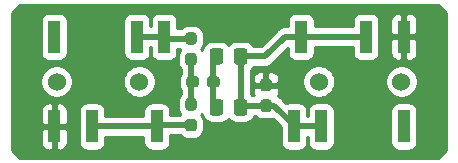
<source format=gtl>
%TF.GenerationSoftware,KiCad,Pcbnew,(5.1.6)-1*%
%TF.CreationDate,2020-08-02T04:50:32+09:00*%
%TF.ProjectId,DummyMic,44756d6d-794d-4696-932e-6b696361645f,rev?*%
%TF.SameCoordinates,Original*%
%TF.FileFunction,Copper,L1,Top*%
%TF.FilePolarity,Positive*%
%FSLAX46Y46*%
G04 Gerber Fmt 4.6, Leading zero omitted, Abs format (unit mm)*
G04 Created by KiCad (PCBNEW (5.1.6)-1) date 2020-08-02 04:50:32*
%MOMM*%
%LPD*%
G01*
G04 APERTURE LIST*
%TA.AperFunction,SMDPad,CuDef*%
%ADD10R,1.000000X2.800000*%
%TD*%
%TA.AperFunction,ComponentPad*%
%ADD11C,1.524000*%
%TD*%
%TA.AperFunction,ViaPad*%
%ADD12C,0.800000*%
%TD*%
%TA.AperFunction,Conductor*%
%ADD13C,0.500000*%
%TD*%
%TA.AperFunction,Conductor*%
%ADD14C,0.254000*%
%TD*%
G04 APERTURE END LIST*
%TO.P,R4,2*%
%TO.N,Net-(C1-Pad1)*%
%TA.AperFunction,SMDPad,CuDef*%
G36*
G01*
X160290500Y-74518000D02*
X160765500Y-74518000D01*
G75*
G02*
X161003000Y-74755500I0J-237500D01*
G01*
X161003000Y-75330500D01*
G75*
G02*
X160765500Y-75568000I-237500J0D01*
G01*
X160290500Y-75568000D01*
G75*
G02*
X160053000Y-75330500I0J237500D01*
G01*
X160053000Y-74755500D01*
G75*
G02*
X160290500Y-74518000I237500J0D01*
G01*
G37*
%TD.AperFunction*%
%TO.P,R4,1*%
%TO.N,GND*%
%TA.AperFunction,SMDPad,CuDef*%
G36*
G01*
X160290500Y-72768000D02*
X160765500Y-72768000D01*
G75*
G02*
X161003000Y-73005500I0J-237500D01*
G01*
X161003000Y-73580500D01*
G75*
G02*
X160765500Y-73818000I-237500J0D01*
G01*
X160290500Y-73818000D01*
G75*
G02*
X160053000Y-73580500I0J237500D01*
G01*
X160053000Y-73005500D01*
G75*
G02*
X160290500Y-72768000I237500J0D01*
G01*
G37*
%TD.AperFunction*%
%TD*%
%TO.P,R3,2*%
%TO.N,Net-(R1-Pad1)*%
%TA.AperFunction,SMDPad,CuDef*%
G36*
G01*
X154844000Y-72787500D02*
X154844000Y-73262500D01*
G75*
G02*
X154606500Y-73500000I-237500J0D01*
G01*
X154031500Y-73500000D01*
G75*
G02*
X153794000Y-73262500I0J237500D01*
G01*
X153794000Y-72787500D01*
G75*
G02*
X154031500Y-72550000I237500J0D01*
G01*
X154606500Y-72550000D01*
G75*
G02*
X154844000Y-72787500I0J-237500D01*
G01*
G37*
%TD.AperFunction*%
%TO.P,R3,1*%
%TO.N,Net-(C1-Pad2)*%
%TA.AperFunction,SMDPad,CuDef*%
G36*
G01*
X156594000Y-72787500D02*
X156594000Y-73262500D01*
G75*
G02*
X156356500Y-73500000I-237500J0D01*
G01*
X155781500Y-73500000D01*
G75*
G02*
X155544000Y-73262500I0J237500D01*
G01*
X155544000Y-72787500D01*
G75*
G02*
X155781500Y-72550000I237500J0D01*
G01*
X156356500Y-72550000D01*
G75*
G02*
X156594000Y-72787500I0J-237500D01*
G01*
G37*
%TD.AperFunction*%
%TD*%
%TO.P,R2,2*%
%TO.N,Net-(J1-PadR)*%
%TA.AperFunction,SMDPad,CuDef*%
G36*
G01*
X153940500Y-76155000D02*
X154415500Y-76155000D01*
G75*
G02*
X154653000Y-76392500I0J-237500D01*
G01*
X154653000Y-76967500D01*
G75*
G02*
X154415500Y-77205000I-237500J0D01*
G01*
X153940500Y-77205000D01*
G75*
G02*
X153703000Y-76967500I0J237500D01*
G01*
X153703000Y-76392500D01*
G75*
G02*
X153940500Y-76155000I237500J0D01*
G01*
G37*
%TD.AperFunction*%
%TO.P,R2,1*%
%TO.N,Net-(R1-Pad1)*%
%TA.AperFunction,SMDPad,CuDef*%
G36*
G01*
X153940500Y-74405000D02*
X154415500Y-74405000D01*
G75*
G02*
X154653000Y-74642500I0J-237500D01*
G01*
X154653000Y-75217500D01*
G75*
G02*
X154415500Y-75455000I-237500J0D01*
G01*
X153940500Y-75455000D01*
G75*
G02*
X153703000Y-75217500I0J237500D01*
G01*
X153703000Y-74642500D01*
G75*
G02*
X153940500Y-74405000I237500J0D01*
G01*
G37*
%TD.AperFunction*%
%TD*%
%TO.P,R1,2*%
%TO.N,Net-(J1-PadT)*%
%TA.AperFunction,SMDPad,CuDef*%
G36*
G01*
X154415500Y-69881000D02*
X153940500Y-69881000D01*
G75*
G02*
X153703000Y-69643500I0J237500D01*
G01*
X153703000Y-69068500D01*
G75*
G02*
X153940500Y-68831000I237500J0D01*
G01*
X154415500Y-68831000D01*
G75*
G02*
X154653000Y-69068500I0J-237500D01*
G01*
X154653000Y-69643500D01*
G75*
G02*
X154415500Y-69881000I-237500J0D01*
G01*
G37*
%TD.AperFunction*%
%TO.P,R1,1*%
%TO.N,Net-(R1-Pad1)*%
%TA.AperFunction,SMDPad,CuDef*%
G36*
G01*
X154415500Y-71631000D02*
X153940500Y-71631000D01*
G75*
G02*
X153703000Y-71393500I0J237500D01*
G01*
X153703000Y-70818500D01*
G75*
G02*
X153940500Y-70581000I237500J0D01*
G01*
X154415500Y-70581000D01*
G75*
G02*
X154653000Y-70818500I0J-237500D01*
G01*
X154653000Y-71393500D01*
G75*
G02*
X154415500Y-71631000I-237500J0D01*
G01*
G37*
%TD.AperFunction*%
%TD*%
D10*
%TO.P,J2,R*%
%TO.N,Net-(C1-Pad1)*%
X163500000Y-69200000D03*
X169000000Y-69200000D03*
%TO.P,J2,S*%
%TO.N,GND*%
X172200000Y-69200000D03*
%TO.P,J2,T*%
%TO.N,Net-(C1-Pad1)*%
X162900000Y-76800000D03*
X165200000Y-76800000D03*
%TO.P,J2,*%
%TO.N,*%
X172200000Y-76800000D03*
D11*
X165000000Y-73000000D03*
X172000000Y-73000000D03*
%TD*%
D10*
%TO.P,J1,R*%
%TO.N,Net-(J1-PadR)*%
X151295000Y-76800000D03*
X145795000Y-76800000D03*
%TO.P,J1,S*%
%TO.N,GND*%
X142595000Y-76800000D03*
%TO.P,J1,T*%
%TO.N,Net-(J1-PadT)*%
X151895000Y-69200000D03*
X149595000Y-69200000D03*
%TO.P,J1,*%
%TO.N,*%
X142595000Y-69200000D03*
D11*
X149795000Y-73000000D03*
X142795000Y-73000000D03*
%TD*%
%TO.P,C2,2*%
%TO.N,Net-(C1-Pad2)*%
%TA.AperFunction,SMDPad,CuDef*%
G36*
G01*
X156903000Y-70415999D02*
X156903000Y-71316001D01*
G75*
G02*
X156653001Y-71566000I-249999J0D01*
G01*
X156002999Y-71566000D01*
G75*
G02*
X155753000Y-71316001I0J249999D01*
G01*
X155753000Y-70415999D01*
G75*
G02*
X156002999Y-70166000I249999J0D01*
G01*
X156653001Y-70166000D01*
G75*
G02*
X156903000Y-70415999I0J-249999D01*
G01*
G37*
%TD.AperFunction*%
%TO.P,C2,1*%
%TO.N,Net-(C1-Pad1)*%
%TA.AperFunction,SMDPad,CuDef*%
G36*
G01*
X158953000Y-70415999D02*
X158953000Y-71316001D01*
G75*
G02*
X158703001Y-71566000I-249999J0D01*
G01*
X158052999Y-71566000D01*
G75*
G02*
X157803000Y-71316001I0J249999D01*
G01*
X157803000Y-70415999D01*
G75*
G02*
X158052999Y-70166000I249999J0D01*
G01*
X158703001Y-70166000D01*
G75*
G02*
X158953000Y-70415999I0J-249999D01*
G01*
G37*
%TD.AperFunction*%
%TD*%
%TO.P,C1,2*%
%TO.N,Net-(C1-Pad2)*%
%TA.AperFunction,SMDPad,CuDef*%
G36*
G01*
X156903000Y-74733999D02*
X156903000Y-75634001D01*
G75*
G02*
X156653001Y-75884000I-249999J0D01*
G01*
X156002999Y-75884000D01*
G75*
G02*
X155753000Y-75634001I0J249999D01*
G01*
X155753000Y-74733999D01*
G75*
G02*
X156002999Y-74484000I249999J0D01*
G01*
X156653001Y-74484000D01*
G75*
G02*
X156903000Y-74733999I0J-249999D01*
G01*
G37*
%TD.AperFunction*%
%TO.P,C1,1*%
%TO.N,Net-(C1-Pad1)*%
%TA.AperFunction,SMDPad,CuDef*%
G36*
G01*
X158953000Y-74733999D02*
X158953000Y-75634001D01*
G75*
G02*
X158703001Y-75884000I-249999J0D01*
G01*
X158052999Y-75884000D01*
G75*
G02*
X157803000Y-75634001I0J249999D01*
G01*
X157803000Y-74733999D01*
G75*
G02*
X158052999Y-74484000I249999J0D01*
G01*
X158703001Y-74484000D01*
G75*
G02*
X158953000Y-74733999I0J-249999D01*
G01*
G37*
%TD.AperFunction*%
%TD*%
D12*
%TO.N,GND*%
X146500000Y-72900000D03*
X168700000Y-73100000D03*
X160500000Y-77000000D03*
X174000000Y-69200000D03*
X162400000Y-73300000D03*
X160500000Y-68900000D03*
X144200000Y-76800000D03*
%TD*%
D13*
%TO.N,Net-(C1-Pad2)*%
X156069000Y-71125000D02*
X156328000Y-70866000D01*
X156069000Y-73025000D02*
X156069000Y-71125000D01*
X156069000Y-74925000D02*
X156328000Y-75184000D01*
X156069000Y-73025000D02*
X156069000Y-74925000D01*
%TO.N,Net-(C1-Pad1)*%
X158519000Y-75043000D02*
X158378000Y-75184000D01*
X160528000Y-75043000D02*
X158519000Y-75043000D01*
X158378000Y-70866000D02*
X158378000Y-75184000D01*
X158378000Y-70866000D02*
X160434000Y-70866000D01*
X162100000Y-69200000D02*
X163500000Y-69200000D01*
X160434000Y-70866000D02*
X162100000Y-69200000D01*
X163500000Y-69200000D02*
X169000000Y-69200000D01*
X162900000Y-76700000D02*
X162900000Y-76800000D01*
X160528000Y-75043000D02*
X161243000Y-75043000D01*
X161243000Y-75043000D02*
X162900000Y-76700000D01*
X162900000Y-76800000D02*
X165200000Y-76800000D01*
%TO.N,Net-(J1-PadR)*%
X151295000Y-76800000D02*
X145795000Y-76800000D01*
X151415000Y-76680000D02*
X151295000Y-76800000D01*
X154178000Y-76680000D02*
X151415000Y-76680000D01*
%TO.N,Net-(J1-PadT)*%
X149595000Y-69200000D02*
X151895000Y-69200000D01*
X152051000Y-69356000D02*
X151895000Y-69200000D01*
X154178000Y-69356000D02*
X152051000Y-69356000D01*
%TO.N,Net-(R1-Pad1)*%
X154178000Y-73166000D02*
X154319000Y-73025000D01*
X154178000Y-74930000D02*
X154178000Y-73166000D01*
X154178000Y-72884000D02*
X154319000Y-73025000D01*
X154178000Y-71106000D02*
X154178000Y-72884000D01*
%TD*%
D14*
%TO.N,GND*%
G36*
X175740001Y-67173382D02*
G01*
X175740000Y-78826619D01*
X175126620Y-79440000D01*
X139673381Y-79440000D01*
X139060000Y-78826620D01*
X139060000Y-78200000D01*
X141456928Y-78200000D01*
X141469188Y-78324482D01*
X141505498Y-78444180D01*
X141564463Y-78554494D01*
X141643815Y-78651185D01*
X141740506Y-78730537D01*
X141850820Y-78789502D01*
X141970518Y-78825812D01*
X142095000Y-78838072D01*
X142309250Y-78835000D01*
X142468000Y-78676250D01*
X142468000Y-76927000D01*
X142722000Y-76927000D01*
X142722000Y-78676250D01*
X142880750Y-78835000D01*
X143095000Y-78838072D01*
X143219482Y-78825812D01*
X143339180Y-78789502D01*
X143449494Y-78730537D01*
X143546185Y-78651185D01*
X143625537Y-78554494D01*
X143684502Y-78444180D01*
X143720812Y-78324482D01*
X143733072Y-78200000D01*
X143730000Y-77085750D01*
X143571250Y-76927000D01*
X142722000Y-76927000D01*
X142468000Y-76927000D01*
X141618750Y-76927000D01*
X141460000Y-77085750D01*
X141456928Y-78200000D01*
X139060000Y-78200000D01*
X139060000Y-75400000D01*
X141456928Y-75400000D01*
X141460000Y-76514250D01*
X141618750Y-76673000D01*
X142468000Y-76673000D01*
X142468000Y-74923750D01*
X142722000Y-74923750D01*
X142722000Y-76673000D01*
X143571250Y-76673000D01*
X143730000Y-76514250D01*
X143733072Y-75400000D01*
X144656928Y-75400000D01*
X144656928Y-78200000D01*
X144669188Y-78324482D01*
X144705498Y-78444180D01*
X144764463Y-78554494D01*
X144843815Y-78651185D01*
X144940506Y-78730537D01*
X145050820Y-78789502D01*
X145170518Y-78825812D01*
X145295000Y-78838072D01*
X146295000Y-78838072D01*
X146419482Y-78825812D01*
X146539180Y-78789502D01*
X146649494Y-78730537D01*
X146746185Y-78651185D01*
X146825537Y-78554494D01*
X146884502Y-78444180D01*
X146920812Y-78324482D01*
X146933072Y-78200000D01*
X146933072Y-77685000D01*
X150156928Y-77685000D01*
X150156928Y-78200000D01*
X150169188Y-78324482D01*
X150205498Y-78444180D01*
X150264463Y-78554494D01*
X150343815Y-78651185D01*
X150440506Y-78730537D01*
X150550820Y-78789502D01*
X150670518Y-78825812D01*
X150795000Y-78838072D01*
X151795000Y-78838072D01*
X151919482Y-78825812D01*
X152039180Y-78789502D01*
X152149494Y-78730537D01*
X152246185Y-78651185D01*
X152325537Y-78554494D01*
X152384502Y-78444180D01*
X152420812Y-78324482D01*
X152433072Y-78200000D01*
X152433072Y-77565000D01*
X153303631Y-77565000D01*
X153321377Y-77586623D01*
X153454058Y-77695512D01*
X153605433Y-77776423D01*
X153769684Y-77826248D01*
X153940500Y-77843072D01*
X154415500Y-77843072D01*
X154586316Y-77826248D01*
X154750567Y-77776423D01*
X154901942Y-77695512D01*
X155034623Y-77586623D01*
X155143512Y-77453942D01*
X155224423Y-77302567D01*
X155274248Y-77138316D01*
X155291072Y-76967500D01*
X155291072Y-76392500D01*
X155274248Y-76221684D01*
X155224423Y-76057433D01*
X155143512Y-75906058D01*
X155060575Y-75805000D01*
X155124141Y-75727545D01*
X155131992Y-75807255D01*
X155182528Y-75973851D01*
X155264595Y-76127387D01*
X155375038Y-76261962D01*
X155509613Y-76372405D01*
X155663149Y-76454472D01*
X155829745Y-76505008D01*
X156002999Y-76522072D01*
X156653001Y-76522072D01*
X156826255Y-76505008D01*
X156992851Y-76454472D01*
X157146387Y-76372405D01*
X157280962Y-76261962D01*
X157353000Y-76174184D01*
X157425038Y-76261962D01*
X157559613Y-76372405D01*
X157713149Y-76454472D01*
X157879745Y-76505008D01*
X158052999Y-76522072D01*
X158703001Y-76522072D01*
X158876255Y-76505008D01*
X159042851Y-76454472D01*
X159196387Y-76372405D01*
X159330962Y-76261962D01*
X159441405Y-76127387D01*
X159523472Y-75973851D01*
X159537381Y-75928000D01*
X159653631Y-75928000D01*
X159671377Y-75949623D01*
X159804058Y-76058512D01*
X159955433Y-76139423D01*
X160119684Y-76189248D01*
X160290500Y-76206072D01*
X160765500Y-76206072D01*
X160936316Y-76189248D01*
X161090806Y-76142384D01*
X161761928Y-76813507D01*
X161761928Y-78200000D01*
X161774188Y-78324482D01*
X161810498Y-78444180D01*
X161869463Y-78554494D01*
X161948815Y-78651185D01*
X162045506Y-78730537D01*
X162155820Y-78789502D01*
X162275518Y-78825812D01*
X162400000Y-78838072D01*
X163400000Y-78838072D01*
X163524482Y-78825812D01*
X163644180Y-78789502D01*
X163754494Y-78730537D01*
X163851185Y-78651185D01*
X163930537Y-78554494D01*
X163989502Y-78444180D01*
X164025812Y-78324482D01*
X164038072Y-78200000D01*
X164038072Y-77685000D01*
X164061928Y-77685000D01*
X164061928Y-78200000D01*
X164074188Y-78324482D01*
X164110498Y-78444180D01*
X164169463Y-78554494D01*
X164248815Y-78651185D01*
X164345506Y-78730537D01*
X164455820Y-78789502D01*
X164575518Y-78825812D01*
X164700000Y-78838072D01*
X165700000Y-78838072D01*
X165824482Y-78825812D01*
X165944180Y-78789502D01*
X166054494Y-78730537D01*
X166151185Y-78651185D01*
X166230537Y-78554494D01*
X166289502Y-78444180D01*
X166325812Y-78324482D01*
X166338072Y-78200000D01*
X166338072Y-75400000D01*
X171061928Y-75400000D01*
X171061928Y-78200000D01*
X171074188Y-78324482D01*
X171110498Y-78444180D01*
X171169463Y-78554494D01*
X171248815Y-78651185D01*
X171345506Y-78730537D01*
X171455820Y-78789502D01*
X171575518Y-78825812D01*
X171700000Y-78838072D01*
X172700000Y-78838072D01*
X172824482Y-78825812D01*
X172944180Y-78789502D01*
X173054494Y-78730537D01*
X173151185Y-78651185D01*
X173230537Y-78554494D01*
X173289502Y-78444180D01*
X173325812Y-78324482D01*
X173338072Y-78200000D01*
X173338072Y-75400000D01*
X173325812Y-75275518D01*
X173289502Y-75155820D01*
X173230537Y-75045506D01*
X173151185Y-74948815D01*
X173054494Y-74869463D01*
X172944180Y-74810498D01*
X172824482Y-74774188D01*
X172700000Y-74761928D01*
X171700000Y-74761928D01*
X171575518Y-74774188D01*
X171455820Y-74810498D01*
X171345506Y-74869463D01*
X171248815Y-74948815D01*
X171169463Y-75045506D01*
X171110498Y-75155820D01*
X171074188Y-75275518D01*
X171061928Y-75400000D01*
X166338072Y-75400000D01*
X166325812Y-75275518D01*
X166289502Y-75155820D01*
X166230537Y-75045506D01*
X166151185Y-74948815D01*
X166054494Y-74869463D01*
X165944180Y-74810498D01*
X165824482Y-74774188D01*
X165700000Y-74761928D01*
X164700000Y-74761928D01*
X164575518Y-74774188D01*
X164455820Y-74810498D01*
X164345506Y-74869463D01*
X164248815Y-74948815D01*
X164169463Y-75045506D01*
X164110498Y-75155820D01*
X164074188Y-75275518D01*
X164061928Y-75400000D01*
X164061928Y-75915000D01*
X164038072Y-75915000D01*
X164038072Y-75400000D01*
X164025812Y-75275518D01*
X163989502Y-75155820D01*
X163930537Y-75045506D01*
X163851185Y-74948815D01*
X163754494Y-74869463D01*
X163644180Y-74810498D01*
X163524482Y-74774188D01*
X163400000Y-74761928D01*
X162400000Y-74761928D01*
X162275518Y-74774188D01*
X162237346Y-74785767D01*
X161899534Y-74447956D01*
X161871817Y-74414183D01*
X161737059Y-74303589D01*
X161583313Y-74221411D01*
X161511316Y-74199571D01*
X161533537Y-74172494D01*
X161592502Y-74062180D01*
X161628812Y-73942482D01*
X161641072Y-73818000D01*
X161638000Y-73578750D01*
X161479250Y-73420000D01*
X160655000Y-73420000D01*
X160655000Y-73440000D01*
X160401000Y-73440000D01*
X160401000Y-73420000D01*
X159576750Y-73420000D01*
X159418000Y-73578750D01*
X159414928Y-73818000D01*
X159427188Y-73942482D01*
X159463498Y-74062180D01*
X159514716Y-74158000D01*
X159373606Y-74158000D01*
X159330962Y-74106038D01*
X159263000Y-74050263D01*
X159263000Y-72768000D01*
X159414928Y-72768000D01*
X159418000Y-73007250D01*
X159576750Y-73166000D01*
X160401000Y-73166000D01*
X160401000Y-72291750D01*
X160655000Y-72291750D01*
X160655000Y-73166000D01*
X161479250Y-73166000D01*
X161638000Y-73007250D01*
X161639859Y-72862408D01*
X163603000Y-72862408D01*
X163603000Y-73137592D01*
X163656686Y-73407490D01*
X163761995Y-73661727D01*
X163914880Y-73890535D01*
X164109465Y-74085120D01*
X164338273Y-74238005D01*
X164592510Y-74343314D01*
X164862408Y-74397000D01*
X165137592Y-74397000D01*
X165407490Y-74343314D01*
X165661727Y-74238005D01*
X165890535Y-74085120D01*
X166085120Y-73890535D01*
X166238005Y-73661727D01*
X166343314Y-73407490D01*
X166397000Y-73137592D01*
X166397000Y-72862408D01*
X170603000Y-72862408D01*
X170603000Y-73137592D01*
X170656686Y-73407490D01*
X170761995Y-73661727D01*
X170914880Y-73890535D01*
X171109465Y-74085120D01*
X171338273Y-74238005D01*
X171592510Y-74343314D01*
X171862408Y-74397000D01*
X172137592Y-74397000D01*
X172407490Y-74343314D01*
X172661727Y-74238005D01*
X172890535Y-74085120D01*
X173085120Y-73890535D01*
X173238005Y-73661727D01*
X173343314Y-73407490D01*
X173397000Y-73137592D01*
X173397000Y-72862408D01*
X173343314Y-72592510D01*
X173238005Y-72338273D01*
X173085120Y-72109465D01*
X172890535Y-71914880D01*
X172661727Y-71761995D01*
X172407490Y-71656686D01*
X172137592Y-71603000D01*
X171862408Y-71603000D01*
X171592510Y-71656686D01*
X171338273Y-71761995D01*
X171109465Y-71914880D01*
X170914880Y-72109465D01*
X170761995Y-72338273D01*
X170656686Y-72592510D01*
X170603000Y-72862408D01*
X166397000Y-72862408D01*
X166343314Y-72592510D01*
X166238005Y-72338273D01*
X166085120Y-72109465D01*
X165890535Y-71914880D01*
X165661727Y-71761995D01*
X165407490Y-71656686D01*
X165137592Y-71603000D01*
X164862408Y-71603000D01*
X164592510Y-71656686D01*
X164338273Y-71761995D01*
X164109465Y-71914880D01*
X163914880Y-72109465D01*
X163761995Y-72338273D01*
X163656686Y-72592510D01*
X163603000Y-72862408D01*
X161639859Y-72862408D01*
X161641072Y-72768000D01*
X161628812Y-72643518D01*
X161592502Y-72523820D01*
X161533537Y-72413506D01*
X161454185Y-72316815D01*
X161357494Y-72237463D01*
X161247180Y-72178498D01*
X161127482Y-72142188D01*
X161003000Y-72129928D01*
X160813750Y-72133000D01*
X160655000Y-72291750D01*
X160401000Y-72291750D01*
X160242250Y-72133000D01*
X160053000Y-72129928D01*
X159928518Y-72142188D01*
X159808820Y-72178498D01*
X159698506Y-72237463D01*
X159601815Y-72316815D01*
X159522463Y-72413506D01*
X159463498Y-72523820D01*
X159427188Y-72643518D01*
X159414928Y-72768000D01*
X159263000Y-72768000D01*
X159263000Y-71999737D01*
X159330962Y-71943962D01*
X159441405Y-71809387D01*
X159472614Y-71751000D01*
X160390531Y-71751000D01*
X160434000Y-71755281D01*
X160477469Y-71751000D01*
X160477477Y-71751000D01*
X160607490Y-71738195D01*
X160774313Y-71687589D01*
X160928059Y-71605411D01*
X161062817Y-71494817D01*
X161090534Y-71461044D01*
X162361928Y-70189651D01*
X162361928Y-70600000D01*
X162374188Y-70724482D01*
X162410498Y-70844180D01*
X162469463Y-70954494D01*
X162548815Y-71051185D01*
X162645506Y-71130537D01*
X162755820Y-71189502D01*
X162875518Y-71225812D01*
X163000000Y-71238072D01*
X164000000Y-71238072D01*
X164124482Y-71225812D01*
X164244180Y-71189502D01*
X164354494Y-71130537D01*
X164451185Y-71051185D01*
X164530537Y-70954494D01*
X164589502Y-70844180D01*
X164625812Y-70724482D01*
X164638072Y-70600000D01*
X164638072Y-70085000D01*
X167861928Y-70085000D01*
X167861928Y-70600000D01*
X167874188Y-70724482D01*
X167910498Y-70844180D01*
X167969463Y-70954494D01*
X168048815Y-71051185D01*
X168145506Y-71130537D01*
X168255820Y-71189502D01*
X168375518Y-71225812D01*
X168500000Y-71238072D01*
X169500000Y-71238072D01*
X169624482Y-71225812D01*
X169744180Y-71189502D01*
X169854494Y-71130537D01*
X169951185Y-71051185D01*
X170030537Y-70954494D01*
X170089502Y-70844180D01*
X170125812Y-70724482D01*
X170138072Y-70600000D01*
X171061928Y-70600000D01*
X171074188Y-70724482D01*
X171110498Y-70844180D01*
X171169463Y-70954494D01*
X171248815Y-71051185D01*
X171345506Y-71130537D01*
X171455820Y-71189502D01*
X171575518Y-71225812D01*
X171700000Y-71238072D01*
X171914250Y-71235000D01*
X172073000Y-71076250D01*
X172073000Y-69327000D01*
X172327000Y-69327000D01*
X172327000Y-71076250D01*
X172485750Y-71235000D01*
X172700000Y-71238072D01*
X172824482Y-71225812D01*
X172944180Y-71189502D01*
X173054494Y-71130537D01*
X173151185Y-71051185D01*
X173230537Y-70954494D01*
X173289502Y-70844180D01*
X173325812Y-70724482D01*
X173338072Y-70600000D01*
X173335000Y-69485750D01*
X173176250Y-69327000D01*
X172327000Y-69327000D01*
X172073000Y-69327000D01*
X171223750Y-69327000D01*
X171065000Y-69485750D01*
X171061928Y-70600000D01*
X170138072Y-70600000D01*
X170138072Y-67800000D01*
X171061928Y-67800000D01*
X171065000Y-68914250D01*
X171223750Y-69073000D01*
X172073000Y-69073000D01*
X172073000Y-67323750D01*
X172327000Y-67323750D01*
X172327000Y-69073000D01*
X173176250Y-69073000D01*
X173335000Y-68914250D01*
X173338072Y-67800000D01*
X173325812Y-67675518D01*
X173289502Y-67555820D01*
X173230537Y-67445506D01*
X173151185Y-67348815D01*
X173054494Y-67269463D01*
X172944180Y-67210498D01*
X172824482Y-67174188D01*
X172700000Y-67161928D01*
X172485750Y-67165000D01*
X172327000Y-67323750D01*
X172073000Y-67323750D01*
X171914250Y-67165000D01*
X171700000Y-67161928D01*
X171575518Y-67174188D01*
X171455820Y-67210498D01*
X171345506Y-67269463D01*
X171248815Y-67348815D01*
X171169463Y-67445506D01*
X171110498Y-67555820D01*
X171074188Y-67675518D01*
X171061928Y-67800000D01*
X170138072Y-67800000D01*
X170125812Y-67675518D01*
X170089502Y-67555820D01*
X170030537Y-67445506D01*
X169951185Y-67348815D01*
X169854494Y-67269463D01*
X169744180Y-67210498D01*
X169624482Y-67174188D01*
X169500000Y-67161928D01*
X168500000Y-67161928D01*
X168375518Y-67174188D01*
X168255820Y-67210498D01*
X168145506Y-67269463D01*
X168048815Y-67348815D01*
X167969463Y-67445506D01*
X167910498Y-67555820D01*
X167874188Y-67675518D01*
X167861928Y-67800000D01*
X167861928Y-68315000D01*
X164638072Y-68315000D01*
X164638072Y-67800000D01*
X164625812Y-67675518D01*
X164589502Y-67555820D01*
X164530537Y-67445506D01*
X164451185Y-67348815D01*
X164354494Y-67269463D01*
X164244180Y-67210498D01*
X164124482Y-67174188D01*
X164000000Y-67161928D01*
X163000000Y-67161928D01*
X162875518Y-67174188D01*
X162755820Y-67210498D01*
X162645506Y-67269463D01*
X162548815Y-67348815D01*
X162469463Y-67445506D01*
X162410498Y-67555820D01*
X162374188Y-67675518D01*
X162361928Y-67800000D01*
X162361928Y-68315000D01*
X162143469Y-68315000D01*
X162100000Y-68310719D01*
X162056531Y-68315000D01*
X162056523Y-68315000D01*
X161926510Y-68327805D01*
X161759687Y-68378411D01*
X161605941Y-68460589D01*
X161504953Y-68543468D01*
X161504951Y-68543470D01*
X161471183Y-68571183D01*
X161443470Y-68604951D01*
X160067422Y-69981000D01*
X159472614Y-69981000D01*
X159441405Y-69922613D01*
X159330962Y-69788038D01*
X159196387Y-69677595D01*
X159042851Y-69595528D01*
X158876255Y-69544992D01*
X158703001Y-69527928D01*
X158052999Y-69527928D01*
X157879745Y-69544992D01*
X157713149Y-69595528D01*
X157559613Y-69677595D01*
X157425038Y-69788038D01*
X157353000Y-69875816D01*
X157280962Y-69788038D01*
X157146387Y-69677595D01*
X156992851Y-69595528D01*
X156826255Y-69544992D01*
X156653001Y-69527928D01*
X156002999Y-69527928D01*
X155829745Y-69544992D01*
X155663149Y-69595528D01*
X155509613Y-69677595D01*
X155375038Y-69788038D01*
X155264595Y-69922613D01*
X155182528Y-70076149D01*
X155131992Y-70242745D01*
X155125372Y-70309955D01*
X155060575Y-70231000D01*
X155143512Y-70129942D01*
X155224423Y-69978567D01*
X155274248Y-69814316D01*
X155291072Y-69643500D01*
X155291072Y-69068500D01*
X155274248Y-68897684D01*
X155224423Y-68733433D01*
X155143512Y-68582058D01*
X155034623Y-68449377D01*
X154901942Y-68340488D01*
X154750567Y-68259577D01*
X154586316Y-68209752D01*
X154415500Y-68192928D01*
X153940500Y-68192928D01*
X153769684Y-68209752D01*
X153605433Y-68259577D01*
X153454058Y-68340488D01*
X153321377Y-68449377D01*
X153303631Y-68471000D01*
X153033072Y-68471000D01*
X153033072Y-67800000D01*
X153020812Y-67675518D01*
X152984502Y-67555820D01*
X152925537Y-67445506D01*
X152846185Y-67348815D01*
X152749494Y-67269463D01*
X152639180Y-67210498D01*
X152519482Y-67174188D01*
X152395000Y-67161928D01*
X151395000Y-67161928D01*
X151270518Y-67174188D01*
X151150820Y-67210498D01*
X151040506Y-67269463D01*
X150943815Y-67348815D01*
X150864463Y-67445506D01*
X150805498Y-67555820D01*
X150769188Y-67675518D01*
X150756928Y-67800000D01*
X150756928Y-68315000D01*
X150733072Y-68315000D01*
X150733072Y-67800000D01*
X150720812Y-67675518D01*
X150684502Y-67555820D01*
X150625537Y-67445506D01*
X150546185Y-67348815D01*
X150449494Y-67269463D01*
X150339180Y-67210498D01*
X150219482Y-67174188D01*
X150095000Y-67161928D01*
X149095000Y-67161928D01*
X148970518Y-67174188D01*
X148850820Y-67210498D01*
X148740506Y-67269463D01*
X148643815Y-67348815D01*
X148564463Y-67445506D01*
X148505498Y-67555820D01*
X148469188Y-67675518D01*
X148456928Y-67800000D01*
X148456928Y-70600000D01*
X148469188Y-70724482D01*
X148505498Y-70844180D01*
X148564463Y-70954494D01*
X148643815Y-71051185D01*
X148740506Y-71130537D01*
X148850820Y-71189502D01*
X148970518Y-71225812D01*
X149095000Y-71238072D01*
X150095000Y-71238072D01*
X150219482Y-71225812D01*
X150339180Y-71189502D01*
X150449494Y-71130537D01*
X150546185Y-71051185D01*
X150625537Y-70954494D01*
X150684502Y-70844180D01*
X150720812Y-70724482D01*
X150733072Y-70600000D01*
X150733072Y-70085000D01*
X150756928Y-70085000D01*
X150756928Y-70600000D01*
X150769188Y-70724482D01*
X150805498Y-70844180D01*
X150864463Y-70954494D01*
X150943815Y-71051185D01*
X151040506Y-71130537D01*
X151150820Y-71189502D01*
X151270518Y-71225812D01*
X151395000Y-71238072D01*
X152395000Y-71238072D01*
X152519482Y-71225812D01*
X152639180Y-71189502D01*
X152749494Y-71130537D01*
X152846185Y-71051185D01*
X152925537Y-70954494D01*
X152984502Y-70844180D01*
X153020812Y-70724482D01*
X153033072Y-70600000D01*
X153033072Y-70241000D01*
X153287218Y-70241000D01*
X153212488Y-70332058D01*
X153131577Y-70483433D01*
X153081752Y-70647684D01*
X153064928Y-70818500D01*
X153064928Y-71393500D01*
X153081752Y-71564316D01*
X153131577Y-71728567D01*
X153212488Y-71879942D01*
X153293000Y-71978046D01*
X153293001Y-72320679D01*
X153222577Y-72452433D01*
X153172752Y-72616684D01*
X153155928Y-72787500D01*
X153155928Y-73262500D01*
X153172752Y-73433316D01*
X153222577Y-73597567D01*
X153293001Y-73729321D01*
X153293000Y-74057954D01*
X153212488Y-74156058D01*
X153131577Y-74307433D01*
X153081752Y-74471684D01*
X153064928Y-74642500D01*
X153064928Y-75217500D01*
X153081752Y-75388316D01*
X153131577Y-75552567D01*
X153212488Y-75703942D01*
X153287218Y-75795000D01*
X152433072Y-75795000D01*
X152433072Y-75400000D01*
X152420812Y-75275518D01*
X152384502Y-75155820D01*
X152325537Y-75045506D01*
X152246185Y-74948815D01*
X152149494Y-74869463D01*
X152039180Y-74810498D01*
X151919482Y-74774188D01*
X151795000Y-74761928D01*
X150795000Y-74761928D01*
X150670518Y-74774188D01*
X150550820Y-74810498D01*
X150440506Y-74869463D01*
X150343815Y-74948815D01*
X150264463Y-75045506D01*
X150205498Y-75155820D01*
X150169188Y-75275518D01*
X150156928Y-75400000D01*
X150156928Y-75915000D01*
X146933072Y-75915000D01*
X146933072Y-75400000D01*
X146920812Y-75275518D01*
X146884502Y-75155820D01*
X146825537Y-75045506D01*
X146746185Y-74948815D01*
X146649494Y-74869463D01*
X146539180Y-74810498D01*
X146419482Y-74774188D01*
X146295000Y-74761928D01*
X145295000Y-74761928D01*
X145170518Y-74774188D01*
X145050820Y-74810498D01*
X144940506Y-74869463D01*
X144843815Y-74948815D01*
X144764463Y-75045506D01*
X144705498Y-75155820D01*
X144669188Y-75275518D01*
X144656928Y-75400000D01*
X143733072Y-75400000D01*
X143720812Y-75275518D01*
X143684502Y-75155820D01*
X143625537Y-75045506D01*
X143546185Y-74948815D01*
X143449494Y-74869463D01*
X143339180Y-74810498D01*
X143219482Y-74774188D01*
X143095000Y-74761928D01*
X142880750Y-74765000D01*
X142722000Y-74923750D01*
X142468000Y-74923750D01*
X142309250Y-74765000D01*
X142095000Y-74761928D01*
X141970518Y-74774188D01*
X141850820Y-74810498D01*
X141740506Y-74869463D01*
X141643815Y-74948815D01*
X141564463Y-75045506D01*
X141505498Y-75155820D01*
X141469188Y-75275518D01*
X141456928Y-75400000D01*
X139060000Y-75400000D01*
X139060000Y-72862408D01*
X141398000Y-72862408D01*
X141398000Y-73137592D01*
X141451686Y-73407490D01*
X141556995Y-73661727D01*
X141709880Y-73890535D01*
X141904465Y-74085120D01*
X142133273Y-74238005D01*
X142387510Y-74343314D01*
X142657408Y-74397000D01*
X142932592Y-74397000D01*
X143202490Y-74343314D01*
X143456727Y-74238005D01*
X143685535Y-74085120D01*
X143880120Y-73890535D01*
X144033005Y-73661727D01*
X144138314Y-73407490D01*
X144192000Y-73137592D01*
X144192000Y-72862408D01*
X148398000Y-72862408D01*
X148398000Y-73137592D01*
X148451686Y-73407490D01*
X148556995Y-73661727D01*
X148709880Y-73890535D01*
X148904465Y-74085120D01*
X149133273Y-74238005D01*
X149387510Y-74343314D01*
X149657408Y-74397000D01*
X149932592Y-74397000D01*
X150202490Y-74343314D01*
X150456727Y-74238005D01*
X150685535Y-74085120D01*
X150880120Y-73890535D01*
X151033005Y-73661727D01*
X151138314Y-73407490D01*
X151192000Y-73137592D01*
X151192000Y-72862408D01*
X151138314Y-72592510D01*
X151033005Y-72338273D01*
X150880120Y-72109465D01*
X150685535Y-71914880D01*
X150456727Y-71761995D01*
X150202490Y-71656686D01*
X149932592Y-71603000D01*
X149657408Y-71603000D01*
X149387510Y-71656686D01*
X149133273Y-71761995D01*
X148904465Y-71914880D01*
X148709880Y-72109465D01*
X148556995Y-72338273D01*
X148451686Y-72592510D01*
X148398000Y-72862408D01*
X144192000Y-72862408D01*
X144138314Y-72592510D01*
X144033005Y-72338273D01*
X143880120Y-72109465D01*
X143685535Y-71914880D01*
X143456727Y-71761995D01*
X143202490Y-71656686D01*
X142932592Y-71603000D01*
X142657408Y-71603000D01*
X142387510Y-71656686D01*
X142133273Y-71761995D01*
X141904465Y-71914880D01*
X141709880Y-72109465D01*
X141556995Y-72338273D01*
X141451686Y-72592510D01*
X141398000Y-72862408D01*
X139060000Y-72862408D01*
X139060000Y-67800000D01*
X141456928Y-67800000D01*
X141456928Y-70600000D01*
X141469188Y-70724482D01*
X141505498Y-70844180D01*
X141564463Y-70954494D01*
X141643815Y-71051185D01*
X141740506Y-71130537D01*
X141850820Y-71189502D01*
X141970518Y-71225812D01*
X142095000Y-71238072D01*
X143095000Y-71238072D01*
X143219482Y-71225812D01*
X143339180Y-71189502D01*
X143449494Y-71130537D01*
X143546185Y-71051185D01*
X143625537Y-70954494D01*
X143684502Y-70844180D01*
X143720812Y-70724482D01*
X143733072Y-70600000D01*
X143733072Y-67800000D01*
X143720812Y-67675518D01*
X143684502Y-67555820D01*
X143625537Y-67445506D01*
X143546185Y-67348815D01*
X143449494Y-67269463D01*
X143339180Y-67210498D01*
X143219482Y-67174188D01*
X143095000Y-67161928D01*
X142095000Y-67161928D01*
X141970518Y-67174188D01*
X141850820Y-67210498D01*
X141740506Y-67269463D01*
X141643815Y-67348815D01*
X141564463Y-67445506D01*
X141505498Y-67555820D01*
X141469188Y-67675518D01*
X141456928Y-67800000D01*
X139060000Y-67800000D01*
X139060000Y-67173380D01*
X139673381Y-66560000D01*
X175126620Y-66560000D01*
X175740001Y-67173382D01*
G37*
X175740001Y-67173382D02*
X175740000Y-78826619D01*
X175126620Y-79440000D01*
X139673381Y-79440000D01*
X139060000Y-78826620D01*
X139060000Y-78200000D01*
X141456928Y-78200000D01*
X141469188Y-78324482D01*
X141505498Y-78444180D01*
X141564463Y-78554494D01*
X141643815Y-78651185D01*
X141740506Y-78730537D01*
X141850820Y-78789502D01*
X141970518Y-78825812D01*
X142095000Y-78838072D01*
X142309250Y-78835000D01*
X142468000Y-78676250D01*
X142468000Y-76927000D01*
X142722000Y-76927000D01*
X142722000Y-78676250D01*
X142880750Y-78835000D01*
X143095000Y-78838072D01*
X143219482Y-78825812D01*
X143339180Y-78789502D01*
X143449494Y-78730537D01*
X143546185Y-78651185D01*
X143625537Y-78554494D01*
X143684502Y-78444180D01*
X143720812Y-78324482D01*
X143733072Y-78200000D01*
X143730000Y-77085750D01*
X143571250Y-76927000D01*
X142722000Y-76927000D01*
X142468000Y-76927000D01*
X141618750Y-76927000D01*
X141460000Y-77085750D01*
X141456928Y-78200000D01*
X139060000Y-78200000D01*
X139060000Y-75400000D01*
X141456928Y-75400000D01*
X141460000Y-76514250D01*
X141618750Y-76673000D01*
X142468000Y-76673000D01*
X142468000Y-74923750D01*
X142722000Y-74923750D01*
X142722000Y-76673000D01*
X143571250Y-76673000D01*
X143730000Y-76514250D01*
X143733072Y-75400000D01*
X144656928Y-75400000D01*
X144656928Y-78200000D01*
X144669188Y-78324482D01*
X144705498Y-78444180D01*
X144764463Y-78554494D01*
X144843815Y-78651185D01*
X144940506Y-78730537D01*
X145050820Y-78789502D01*
X145170518Y-78825812D01*
X145295000Y-78838072D01*
X146295000Y-78838072D01*
X146419482Y-78825812D01*
X146539180Y-78789502D01*
X146649494Y-78730537D01*
X146746185Y-78651185D01*
X146825537Y-78554494D01*
X146884502Y-78444180D01*
X146920812Y-78324482D01*
X146933072Y-78200000D01*
X146933072Y-77685000D01*
X150156928Y-77685000D01*
X150156928Y-78200000D01*
X150169188Y-78324482D01*
X150205498Y-78444180D01*
X150264463Y-78554494D01*
X150343815Y-78651185D01*
X150440506Y-78730537D01*
X150550820Y-78789502D01*
X150670518Y-78825812D01*
X150795000Y-78838072D01*
X151795000Y-78838072D01*
X151919482Y-78825812D01*
X152039180Y-78789502D01*
X152149494Y-78730537D01*
X152246185Y-78651185D01*
X152325537Y-78554494D01*
X152384502Y-78444180D01*
X152420812Y-78324482D01*
X152433072Y-78200000D01*
X152433072Y-77565000D01*
X153303631Y-77565000D01*
X153321377Y-77586623D01*
X153454058Y-77695512D01*
X153605433Y-77776423D01*
X153769684Y-77826248D01*
X153940500Y-77843072D01*
X154415500Y-77843072D01*
X154586316Y-77826248D01*
X154750567Y-77776423D01*
X154901942Y-77695512D01*
X155034623Y-77586623D01*
X155143512Y-77453942D01*
X155224423Y-77302567D01*
X155274248Y-77138316D01*
X155291072Y-76967500D01*
X155291072Y-76392500D01*
X155274248Y-76221684D01*
X155224423Y-76057433D01*
X155143512Y-75906058D01*
X155060575Y-75805000D01*
X155124141Y-75727545D01*
X155131992Y-75807255D01*
X155182528Y-75973851D01*
X155264595Y-76127387D01*
X155375038Y-76261962D01*
X155509613Y-76372405D01*
X155663149Y-76454472D01*
X155829745Y-76505008D01*
X156002999Y-76522072D01*
X156653001Y-76522072D01*
X156826255Y-76505008D01*
X156992851Y-76454472D01*
X157146387Y-76372405D01*
X157280962Y-76261962D01*
X157353000Y-76174184D01*
X157425038Y-76261962D01*
X157559613Y-76372405D01*
X157713149Y-76454472D01*
X157879745Y-76505008D01*
X158052999Y-76522072D01*
X158703001Y-76522072D01*
X158876255Y-76505008D01*
X159042851Y-76454472D01*
X159196387Y-76372405D01*
X159330962Y-76261962D01*
X159441405Y-76127387D01*
X159523472Y-75973851D01*
X159537381Y-75928000D01*
X159653631Y-75928000D01*
X159671377Y-75949623D01*
X159804058Y-76058512D01*
X159955433Y-76139423D01*
X160119684Y-76189248D01*
X160290500Y-76206072D01*
X160765500Y-76206072D01*
X160936316Y-76189248D01*
X161090806Y-76142384D01*
X161761928Y-76813507D01*
X161761928Y-78200000D01*
X161774188Y-78324482D01*
X161810498Y-78444180D01*
X161869463Y-78554494D01*
X161948815Y-78651185D01*
X162045506Y-78730537D01*
X162155820Y-78789502D01*
X162275518Y-78825812D01*
X162400000Y-78838072D01*
X163400000Y-78838072D01*
X163524482Y-78825812D01*
X163644180Y-78789502D01*
X163754494Y-78730537D01*
X163851185Y-78651185D01*
X163930537Y-78554494D01*
X163989502Y-78444180D01*
X164025812Y-78324482D01*
X164038072Y-78200000D01*
X164038072Y-77685000D01*
X164061928Y-77685000D01*
X164061928Y-78200000D01*
X164074188Y-78324482D01*
X164110498Y-78444180D01*
X164169463Y-78554494D01*
X164248815Y-78651185D01*
X164345506Y-78730537D01*
X164455820Y-78789502D01*
X164575518Y-78825812D01*
X164700000Y-78838072D01*
X165700000Y-78838072D01*
X165824482Y-78825812D01*
X165944180Y-78789502D01*
X166054494Y-78730537D01*
X166151185Y-78651185D01*
X166230537Y-78554494D01*
X166289502Y-78444180D01*
X166325812Y-78324482D01*
X166338072Y-78200000D01*
X166338072Y-75400000D01*
X171061928Y-75400000D01*
X171061928Y-78200000D01*
X171074188Y-78324482D01*
X171110498Y-78444180D01*
X171169463Y-78554494D01*
X171248815Y-78651185D01*
X171345506Y-78730537D01*
X171455820Y-78789502D01*
X171575518Y-78825812D01*
X171700000Y-78838072D01*
X172700000Y-78838072D01*
X172824482Y-78825812D01*
X172944180Y-78789502D01*
X173054494Y-78730537D01*
X173151185Y-78651185D01*
X173230537Y-78554494D01*
X173289502Y-78444180D01*
X173325812Y-78324482D01*
X173338072Y-78200000D01*
X173338072Y-75400000D01*
X173325812Y-75275518D01*
X173289502Y-75155820D01*
X173230537Y-75045506D01*
X173151185Y-74948815D01*
X173054494Y-74869463D01*
X172944180Y-74810498D01*
X172824482Y-74774188D01*
X172700000Y-74761928D01*
X171700000Y-74761928D01*
X171575518Y-74774188D01*
X171455820Y-74810498D01*
X171345506Y-74869463D01*
X171248815Y-74948815D01*
X171169463Y-75045506D01*
X171110498Y-75155820D01*
X171074188Y-75275518D01*
X171061928Y-75400000D01*
X166338072Y-75400000D01*
X166325812Y-75275518D01*
X166289502Y-75155820D01*
X166230537Y-75045506D01*
X166151185Y-74948815D01*
X166054494Y-74869463D01*
X165944180Y-74810498D01*
X165824482Y-74774188D01*
X165700000Y-74761928D01*
X164700000Y-74761928D01*
X164575518Y-74774188D01*
X164455820Y-74810498D01*
X164345506Y-74869463D01*
X164248815Y-74948815D01*
X164169463Y-75045506D01*
X164110498Y-75155820D01*
X164074188Y-75275518D01*
X164061928Y-75400000D01*
X164061928Y-75915000D01*
X164038072Y-75915000D01*
X164038072Y-75400000D01*
X164025812Y-75275518D01*
X163989502Y-75155820D01*
X163930537Y-75045506D01*
X163851185Y-74948815D01*
X163754494Y-74869463D01*
X163644180Y-74810498D01*
X163524482Y-74774188D01*
X163400000Y-74761928D01*
X162400000Y-74761928D01*
X162275518Y-74774188D01*
X162237346Y-74785767D01*
X161899534Y-74447956D01*
X161871817Y-74414183D01*
X161737059Y-74303589D01*
X161583313Y-74221411D01*
X161511316Y-74199571D01*
X161533537Y-74172494D01*
X161592502Y-74062180D01*
X161628812Y-73942482D01*
X161641072Y-73818000D01*
X161638000Y-73578750D01*
X161479250Y-73420000D01*
X160655000Y-73420000D01*
X160655000Y-73440000D01*
X160401000Y-73440000D01*
X160401000Y-73420000D01*
X159576750Y-73420000D01*
X159418000Y-73578750D01*
X159414928Y-73818000D01*
X159427188Y-73942482D01*
X159463498Y-74062180D01*
X159514716Y-74158000D01*
X159373606Y-74158000D01*
X159330962Y-74106038D01*
X159263000Y-74050263D01*
X159263000Y-72768000D01*
X159414928Y-72768000D01*
X159418000Y-73007250D01*
X159576750Y-73166000D01*
X160401000Y-73166000D01*
X160401000Y-72291750D01*
X160655000Y-72291750D01*
X160655000Y-73166000D01*
X161479250Y-73166000D01*
X161638000Y-73007250D01*
X161639859Y-72862408D01*
X163603000Y-72862408D01*
X163603000Y-73137592D01*
X163656686Y-73407490D01*
X163761995Y-73661727D01*
X163914880Y-73890535D01*
X164109465Y-74085120D01*
X164338273Y-74238005D01*
X164592510Y-74343314D01*
X164862408Y-74397000D01*
X165137592Y-74397000D01*
X165407490Y-74343314D01*
X165661727Y-74238005D01*
X165890535Y-74085120D01*
X166085120Y-73890535D01*
X166238005Y-73661727D01*
X166343314Y-73407490D01*
X166397000Y-73137592D01*
X166397000Y-72862408D01*
X170603000Y-72862408D01*
X170603000Y-73137592D01*
X170656686Y-73407490D01*
X170761995Y-73661727D01*
X170914880Y-73890535D01*
X171109465Y-74085120D01*
X171338273Y-74238005D01*
X171592510Y-74343314D01*
X171862408Y-74397000D01*
X172137592Y-74397000D01*
X172407490Y-74343314D01*
X172661727Y-74238005D01*
X172890535Y-74085120D01*
X173085120Y-73890535D01*
X173238005Y-73661727D01*
X173343314Y-73407490D01*
X173397000Y-73137592D01*
X173397000Y-72862408D01*
X173343314Y-72592510D01*
X173238005Y-72338273D01*
X173085120Y-72109465D01*
X172890535Y-71914880D01*
X172661727Y-71761995D01*
X172407490Y-71656686D01*
X172137592Y-71603000D01*
X171862408Y-71603000D01*
X171592510Y-71656686D01*
X171338273Y-71761995D01*
X171109465Y-71914880D01*
X170914880Y-72109465D01*
X170761995Y-72338273D01*
X170656686Y-72592510D01*
X170603000Y-72862408D01*
X166397000Y-72862408D01*
X166343314Y-72592510D01*
X166238005Y-72338273D01*
X166085120Y-72109465D01*
X165890535Y-71914880D01*
X165661727Y-71761995D01*
X165407490Y-71656686D01*
X165137592Y-71603000D01*
X164862408Y-71603000D01*
X164592510Y-71656686D01*
X164338273Y-71761995D01*
X164109465Y-71914880D01*
X163914880Y-72109465D01*
X163761995Y-72338273D01*
X163656686Y-72592510D01*
X163603000Y-72862408D01*
X161639859Y-72862408D01*
X161641072Y-72768000D01*
X161628812Y-72643518D01*
X161592502Y-72523820D01*
X161533537Y-72413506D01*
X161454185Y-72316815D01*
X161357494Y-72237463D01*
X161247180Y-72178498D01*
X161127482Y-72142188D01*
X161003000Y-72129928D01*
X160813750Y-72133000D01*
X160655000Y-72291750D01*
X160401000Y-72291750D01*
X160242250Y-72133000D01*
X160053000Y-72129928D01*
X159928518Y-72142188D01*
X159808820Y-72178498D01*
X159698506Y-72237463D01*
X159601815Y-72316815D01*
X159522463Y-72413506D01*
X159463498Y-72523820D01*
X159427188Y-72643518D01*
X159414928Y-72768000D01*
X159263000Y-72768000D01*
X159263000Y-71999737D01*
X159330962Y-71943962D01*
X159441405Y-71809387D01*
X159472614Y-71751000D01*
X160390531Y-71751000D01*
X160434000Y-71755281D01*
X160477469Y-71751000D01*
X160477477Y-71751000D01*
X160607490Y-71738195D01*
X160774313Y-71687589D01*
X160928059Y-71605411D01*
X161062817Y-71494817D01*
X161090534Y-71461044D01*
X162361928Y-70189651D01*
X162361928Y-70600000D01*
X162374188Y-70724482D01*
X162410498Y-70844180D01*
X162469463Y-70954494D01*
X162548815Y-71051185D01*
X162645506Y-71130537D01*
X162755820Y-71189502D01*
X162875518Y-71225812D01*
X163000000Y-71238072D01*
X164000000Y-71238072D01*
X164124482Y-71225812D01*
X164244180Y-71189502D01*
X164354494Y-71130537D01*
X164451185Y-71051185D01*
X164530537Y-70954494D01*
X164589502Y-70844180D01*
X164625812Y-70724482D01*
X164638072Y-70600000D01*
X164638072Y-70085000D01*
X167861928Y-70085000D01*
X167861928Y-70600000D01*
X167874188Y-70724482D01*
X167910498Y-70844180D01*
X167969463Y-70954494D01*
X168048815Y-71051185D01*
X168145506Y-71130537D01*
X168255820Y-71189502D01*
X168375518Y-71225812D01*
X168500000Y-71238072D01*
X169500000Y-71238072D01*
X169624482Y-71225812D01*
X169744180Y-71189502D01*
X169854494Y-71130537D01*
X169951185Y-71051185D01*
X170030537Y-70954494D01*
X170089502Y-70844180D01*
X170125812Y-70724482D01*
X170138072Y-70600000D01*
X171061928Y-70600000D01*
X171074188Y-70724482D01*
X171110498Y-70844180D01*
X171169463Y-70954494D01*
X171248815Y-71051185D01*
X171345506Y-71130537D01*
X171455820Y-71189502D01*
X171575518Y-71225812D01*
X171700000Y-71238072D01*
X171914250Y-71235000D01*
X172073000Y-71076250D01*
X172073000Y-69327000D01*
X172327000Y-69327000D01*
X172327000Y-71076250D01*
X172485750Y-71235000D01*
X172700000Y-71238072D01*
X172824482Y-71225812D01*
X172944180Y-71189502D01*
X173054494Y-71130537D01*
X173151185Y-71051185D01*
X173230537Y-70954494D01*
X173289502Y-70844180D01*
X173325812Y-70724482D01*
X173338072Y-70600000D01*
X173335000Y-69485750D01*
X173176250Y-69327000D01*
X172327000Y-69327000D01*
X172073000Y-69327000D01*
X171223750Y-69327000D01*
X171065000Y-69485750D01*
X171061928Y-70600000D01*
X170138072Y-70600000D01*
X170138072Y-67800000D01*
X171061928Y-67800000D01*
X171065000Y-68914250D01*
X171223750Y-69073000D01*
X172073000Y-69073000D01*
X172073000Y-67323750D01*
X172327000Y-67323750D01*
X172327000Y-69073000D01*
X173176250Y-69073000D01*
X173335000Y-68914250D01*
X173338072Y-67800000D01*
X173325812Y-67675518D01*
X173289502Y-67555820D01*
X173230537Y-67445506D01*
X173151185Y-67348815D01*
X173054494Y-67269463D01*
X172944180Y-67210498D01*
X172824482Y-67174188D01*
X172700000Y-67161928D01*
X172485750Y-67165000D01*
X172327000Y-67323750D01*
X172073000Y-67323750D01*
X171914250Y-67165000D01*
X171700000Y-67161928D01*
X171575518Y-67174188D01*
X171455820Y-67210498D01*
X171345506Y-67269463D01*
X171248815Y-67348815D01*
X171169463Y-67445506D01*
X171110498Y-67555820D01*
X171074188Y-67675518D01*
X171061928Y-67800000D01*
X170138072Y-67800000D01*
X170125812Y-67675518D01*
X170089502Y-67555820D01*
X170030537Y-67445506D01*
X169951185Y-67348815D01*
X169854494Y-67269463D01*
X169744180Y-67210498D01*
X169624482Y-67174188D01*
X169500000Y-67161928D01*
X168500000Y-67161928D01*
X168375518Y-67174188D01*
X168255820Y-67210498D01*
X168145506Y-67269463D01*
X168048815Y-67348815D01*
X167969463Y-67445506D01*
X167910498Y-67555820D01*
X167874188Y-67675518D01*
X167861928Y-67800000D01*
X167861928Y-68315000D01*
X164638072Y-68315000D01*
X164638072Y-67800000D01*
X164625812Y-67675518D01*
X164589502Y-67555820D01*
X164530537Y-67445506D01*
X164451185Y-67348815D01*
X164354494Y-67269463D01*
X164244180Y-67210498D01*
X164124482Y-67174188D01*
X164000000Y-67161928D01*
X163000000Y-67161928D01*
X162875518Y-67174188D01*
X162755820Y-67210498D01*
X162645506Y-67269463D01*
X162548815Y-67348815D01*
X162469463Y-67445506D01*
X162410498Y-67555820D01*
X162374188Y-67675518D01*
X162361928Y-67800000D01*
X162361928Y-68315000D01*
X162143469Y-68315000D01*
X162100000Y-68310719D01*
X162056531Y-68315000D01*
X162056523Y-68315000D01*
X161926510Y-68327805D01*
X161759687Y-68378411D01*
X161605941Y-68460589D01*
X161504953Y-68543468D01*
X161504951Y-68543470D01*
X161471183Y-68571183D01*
X161443470Y-68604951D01*
X160067422Y-69981000D01*
X159472614Y-69981000D01*
X159441405Y-69922613D01*
X159330962Y-69788038D01*
X159196387Y-69677595D01*
X159042851Y-69595528D01*
X158876255Y-69544992D01*
X158703001Y-69527928D01*
X158052999Y-69527928D01*
X157879745Y-69544992D01*
X157713149Y-69595528D01*
X157559613Y-69677595D01*
X157425038Y-69788038D01*
X157353000Y-69875816D01*
X157280962Y-69788038D01*
X157146387Y-69677595D01*
X156992851Y-69595528D01*
X156826255Y-69544992D01*
X156653001Y-69527928D01*
X156002999Y-69527928D01*
X155829745Y-69544992D01*
X155663149Y-69595528D01*
X155509613Y-69677595D01*
X155375038Y-69788038D01*
X155264595Y-69922613D01*
X155182528Y-70076149D01*
X155131992Y-70242745D01*
X155125372Y-70309955D01*
X155060575Y-70231000D01*
X155143512Y-70129942D01*
X155224423Y-69978567D01*
X155274248Y-69814316D01*
X155291072Y-69643500D01*
X155291072Y-69068500D01*
X155274248Y-68897684D01*
X155224423Y-68733433D01*
X155143512Y-68582058D01*
X155034623Y-68449377D01*
X154901942Y-68340488D01*
X154750567Y-68259577D01*
X154586316Y-68209752D01*
X154415500Y-68192928D01*
X153940500Y-68192928D01*
X153769684Y-68209752D01*
X153605433Y-68259577D01*
X153454058Y-68340488D01*
X153321377Y-68449377D01*
X153303631Y-68471000D01*
X153033072Y-68471000D01*
X153033072Y-67800000D01*
X153020812Y-67675518D01*
X152984502Y-67555820D01*
X152925537Y-67445506D01*
X152846185Y-67348815D01*
X152749494Y-67269463D01*
X152639180Y-67210498D01*
X152519482Y-67174188D01*
X152395000Y-67161928D01*
X151395000Y-67161928D01*
X151270518Y-67174188D01*
X151150820Y-67210498D01*
X151040506Y-67269463D01*
X150943815Y-67348815D01*
X150864463Y-67445506D01*
X150805498Y-67555820D01*
X150769188Y-67675518D01*
X150756928Y-67800000D01*
X150756928Y-68315000D01*
X150733072Y-68315000D01*
X150733072Y-67800000D01*
X150720812Y-67675518D01*
X150684502Y-67555820D01*
X150625537Y-67445506D01*
X150546185Y-67348815D01*
X150449494Y-67269463D01*
X150339180Y-67210498D01*
X150219482Y-67174188D01*
X150095000Y-67161928D01*
X149095000Y-67161928D01*
X148970518Y-67174188D01*
X148850820Y-67210498D01*
X148740506Y-67269463D01*
X148643815Y-67348815D01*
X148564463Y-67445506D01*
X148505498Y-67555820D01*
X148469188Y-67675518D01*
X148456928Y-67800000D01*
X148456928Y-70600000D01*
X148469188Y-70724482D01*
X148505498Y-70844180D01*
X148564463Y-70954494D01*
X148643815Y-71051185D01*
X148740506Y-71130537D01*
X148850820Y-71189502D01*
X148970518Y-71225812D01*
X149095000Y-71238072D01*
X150095000Y-71238072D01*
X150219482Y-71225812D01*
X150339180Y-71189502D01*
X150449494Y-71130537D01*
X150546185Y-71051185D01*
X150625537Y-70954494D01*
X150684502Y-70844180D01*
X150720812Y-70724482D01*
X150733072Y-70600000D01*
X150733072Y-70085000D01*
X150756928Y-70085000D01*
X150756928Y-70600000D01*
X150769188Y-70724482D01*
X150805498Y-70844180D01*
X150864463Y-70954494D01*
X150943815Y-71051185D01*
X151040506Y-71130537D01*
X151150820Y-71189502D01*
X151270518Y-71225812D01*
X151395000Y-71238072D01*
X152395000Y-71238072D01*
X152519482Y-71225812D01*
X152639180Y-71189502D01*
X152749494Y-71130537D01*
X152846185Y-71051185D01*
X152925537Y-70954494D01*
X152984502Y-70844180D01*
X153020812Y-70724482D01*
X153033072Y-70600000D01*
X153033072Y-70241000D01*
X153287218Y-70241000D01*
X153212488Y-70332058D01*
X153131577Y-70483433D01*
X153081752Y-70647684D01*
X153064928Y-70818500D01*
X153064928Y-71393500D01*
X153081752Y-71564316D01*
X153131577Y-71728567D01*
X153212488Y-71879942D01*
X153293000Y-71978046D01*
X153293001Y-72320679D01*
X153222577Y-72452433D01*
X153172752Y-72616684D01*
X153155928Y-72787500D01*
X153155928Y-73262500D01*
X153172752Y-73433316D01*
X153222577Y-73597567D01*
X153293001Y-73729321D01*
X153293000Y-74057954D01*
X153212488Y-74156058D01*
X153131577Y-74307433D01*
X153081752Y-74471684D01*
X153064928Y-74642500D01*
X153064928Y-75217500D01*
X153081752Y-75388316D01*
X153131577Y-75552567D01*
X153212488Y-75703942D01*
X153287218Y-75795000D01*
X152433072Y-75795000D01*
X152433072Y-75400000D01*
X152420812Y-75275518D01*
X152384502Y-75155820D01*
X152325537Y-75045506D01*
X152246185Y-74948815D01*
X152149494Y-74869463D01*
X152039180Y-74810498D01*
X151919482Y-74774188D01*
X151795000Y-74761928D01*
X150795000Y-74761928D01*
X150670518Y-74774188D01*
X150550820Y-74810498D01*
X150440506Y-74869463D01*
X150343815Y-74948815D01*
X150264463Y-75045506D01*
X150205498Y-75155820D01*
X150169188Y-75275518D01*
X150156928Y-75400000D01*
X150156928Y-75915000D01*
X146933072Y-75915000D01*
X146933072Y-75400000D01*
X146920812Y-75275518D01*
X146884502Y-75155820D01*
X146825537Y-75045506D01*
X146746185Y-74948815D01*
X146649494Y-74869463D01*
X146539180Y-74810498D01*
X146419482Y-74774188D01*
X146295000Y-74761928D01*
X145295000Y-74761928D01*
X145170518Y-74774188D01*
X145050820Y-74810498D01*
X144940506Y-74869463D01*
X144843815Y-74948815D01*
X144764463Y-75045506D01*
X144705498Y-75155820D01*
X144669188Y-75275518D01*
X144656928Y-75400000D01*
X143733072Y-75400000D01*
X143720812Y-75275518D01*
X143684502Y-75155820D01*
X143625537Y-75045506D01*
X143546185Y-74948815D01*
X143449494Y-74869463D01*
X143339180Y-74810498D01*
X143219482Y-74774188D01*
X143095000Y-74761928D01*
X142880750Y-74765000D01*
X142722000Y-74923750D01*
X142468000Y-74923750D01*
X142309250Y-74765000D01*
X142095000Y-74761928D01*
X141970518Y-74774188D01*
X141850820Y-74810498D01*
X141740506Y-74869463D01*
X141643815Y-74948815D01*
X141564463Y-75045506D01*
X141505498Y-75155820D01*
X141469188Y-75275518D01*
X141456928Y-75400000D01*
X139060000Y-75400000D01*
X139060000Y-72862408D01*
X141398000Y-72862408D01*
X141398000Y-73137592D01*
X141451686Y-73407490D01*
X141556995Y-73661727D01*
X141709880Y-73890535D01*
X141904465Y-74085120D01*
X142133273Y-74238005D01*
X142387510Y-74343314D01*
X142657408Y-74397000D01*
X142932592Y-74397000D01*
X143202490Y-74343314D01*
X143456727Y-74238005D01*
X143685535Y-74085120D01*
X143880120Y-73890535D01*
X144033005Y-73661727D01*
X144138314Y-73407490D01*
X144192000Y-73137592D01*
X144192000Y-72862408D01*
X148398000Y-72862408D01*
X148398000Y-73137592D01*
X148451686Y-73407490D01*
X148556995Y-73661727D01*
X148709880Y-73890535D01*
X148904465Y-74085120D01*
X149133273Y-74238005D01*
X149387510Y-74343314D01*
X149657408Y-74397000D01*
X149932592Y-74397000D01*
X150202490Y-74343314D01*
X150456727Y-74238005D01*
X150685535Y-74085120D01*
X150880120Y-73890535D01*
X151033005Y-73661727D01*
X151138314Y-73407490D01*
X151192000Y-73137592D01*
X151192000Y-72862408D01*
X151138314Y-72592510D01*
X151033005Y-72338273D01*
X150880120Y-72109465D01*
X150685535Y-71914880D01*
X150456727Y-71761995D01*
X150202490Y-71656686D01*
X149932592Y-71603000D01*
X149657408Y-71603000D01*
X149387510Y-71656686D01*
X149133273Y-71761995D01*
X148904465Y-71914880D01*
X148709880Y-72109465D01*
X148556995Y-72338273D01*
X148451686Y-72592510D01*
X148398000Y-72862408D01*
X144192000Y-72862408D01*
X144138314Y-72592510D01*
X144033005Y-72338273D01*
X143880120Y-72109465D01*
X143685535Y-71914880D01*
X143456727Y-71761995D01*
X143202490Y-71656686D01*
X142932592Y-71603000D01*
X142657408Y-71603000D01*
X142387510Y-71656686D01*
X142133273Y-71761995D01*
X141904465Y-71914880D01*
X141709880Y-72109465D01*
X141556995Y-72338273D01*
X141451686Y-72592510D01*
X141398000Y-72862408D01*
X139060000Y-72862408D01*
X139060000Y-67800000D01*
X141456928Y-67800000D01*
X141456928Y-70600000D01*
X141469188Y-70724482D01*
X141505498Y-70844180D01*
X141564463Y-70954494D01*
X141643815Y-71051185D01*
X141740506Y-71130537D01*
X141850820Y-71189502D01*
X141970518Y-71225812D01*
X142095000Y-71238072D01*
X143095000Y-71238072D01*
X143219482Y-71225812D01*
X143339180Y-71189502D01*
X143449494Y-71130537D01*
X143546185Y-71051185D01*
X143625537Y-70954494D01*
X143684502Y-70844180D01*
X143720812Y-70724482D01*
X143733072Y-70600000D01*
X143733072Y-67800000D01*
X143720812Y-67675518D01*
X143684502Y-67555820D01*
X143625537Y-67445506D01*
X143546185Y-67348815D01*
X143449494Y-67269463D01*
X143339180Y-67210498D01*
X143219482Y-67174188D01*
X143095000Y-67161928D01*
X142095000Y-67161928D01*
X141970518Y-67174188D01*
X141850820Y-67210498D01*
X141740506Y-67269463D01*
X141643815Y-67348815D01*
X141564463Y-67445506D01*
X141505498Y-67555820D01*
X141469188Y-67675518D01*
X141456928Y-67800000D01*
X139060000Y-67800000D01*
X139060000Y-67173380D01*
X139673381Y-66560000D01*
X175126620Y-66560000D01*
X175740001Y-67173382D01*
%TD*%
M02*

</source>
